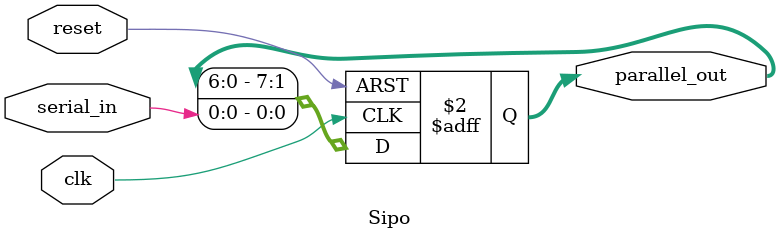
<source format=v>
module Sipo (
    input clk,
    input reset,
    input serial_in,
    output reg [7:0] parallel_out
);
    always @(posedge clk or posedge reset) begin
        if (reset) begin
            parallel_out <= 8'b0; // Reset output
        end else begin
            parallel_out <= {parallel_out[6:0], serial_in}; // Shift left and input new bit
        end
    end
endmodule

</source>
